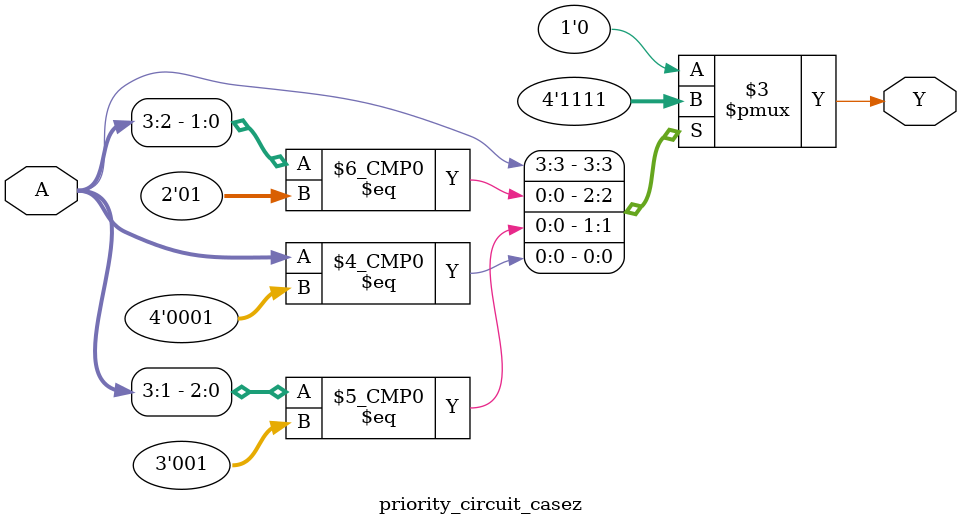
<source format=sv>
`timescale 1ns / 1ps

module priority_circuit_casez (
    input logic [3:0] A, 
    output logic Y       
);
    always_comb begin
        casez (A)
            4'b1??? : Y = 1;  
            4'b01?? : Y = 1;
            4'b001? : Y = 1;
            4'b0001 : Y = 1;
            default: Y = 0;   
        endcase
    end
endmodule

// Priority circuit using if statement -------------------------------------------------------------------------------------------------------------------------------------------------------------------------

/* module priority_circuit_if (
    input logic [3:0] A,  
    output logic Y        
);
    always_comb begin
   
        if (A[3]) 
            Y = 1;  
        else if (A[2])
            Y = 1;
        else if (A[1])
            Y = 1;
        else if (A[0])
            Y = 1;
        else
            Y = 0;  
    end
endmodule

*/

</source>
